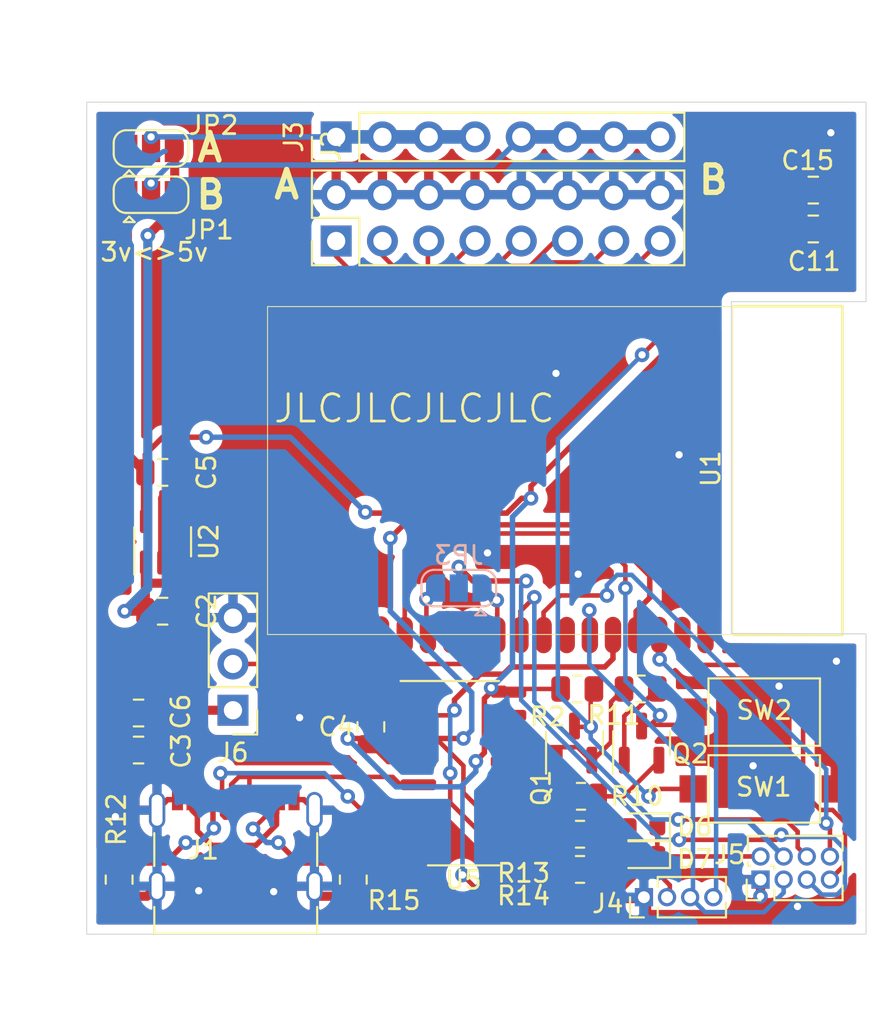
<source format=kicad_pcb>
(kicad_pcb (version 20211014) (generator pcbnew)
  (layers (0 "F.Cu" signal) (31 "B.Cu" signal) (34 "B.Paste" user) (35 "F.Paste" user) (36 "B.SilkS" user "B.Silkscreen") (37 "F.SilkS" user "F.Silkscreen") (38 "B.Mask" user) (39 "F.Mask" user) (44 "Edge.Cuts" user))
  (net 0 "")
  (net 1 "GND")
  (net 2 "Net-(U1-Pad32)")
  (net 3 "Net-(U1-Pad22)")
  (net 4 "Net-(U1-Pad21)")
  (net 5 "Net-(U1-Pad20)")
  (net 6 "Net-(U1-Pad19)")
  (net 7 "Net-(U1-Pad18)")
  (net 8 "Net-(U1-Pad17)")
  (net 9 "Net-(U1-Pad5)")
  (net 10 "Net-(U1-Pad4)")
  (net 11 "+3V3")
  (net 12 "/ESP_EN")
  (net 13 "/BOOT")
  (net 14 "/ESP_TXD")
  (net 15 "/ESP_RXD")
  (net 16 "Net-(U5-Pad12)")
  (net 17 "Net-(U5-Pad11)")
  (net 18 "Net-(U5-Pad10)")
  (net 19 "Net-(U5-Pad9)")
  (net 20 "/FT_RTS")
  (net 21 "/FT_DTR")
  (net 22 "Net-(Q1-Pad1)")
  (net 23 "Net-(Q2-Pad1)")
  (net 24 "Net-(D6-Pad2)")
  (net 25 "Net-(D7-Pad2)")
  (net 26 "Net-(U5-Pad15)")
  (net 27 "VBUS")
  (net 28 "Net-(J1-PadB5)")
  (net 29 "Net-(J1-PadA8)")
  (net 30 "Net-(J1-PadA5)")
  (net 31 "Net-(J1-PadB8)")
  (net 32 "Net-(J1-PadA7)")
  (net 33 "Net-(J1-PadA6)")
  (net 34 "Net-(U2-Pad4)")
  (net 35 "Net-(U5-Pad8)")
  (net 36 "Net-(U5-Pad7)")
  (net 37 "Net-(U1-Pad6)")
  (net 38 "Net-(U1-Pad7)")
  (net 39 "Net-(U1-Pad24)")
  (net 40 "Net-(U1-Pad27)")
  (net 41 "Net-(U1-Pad28)")
  (net 42 "Net-(J3-Pad5)")
  (net 43 "Net-(J3-Pad1)")
  (net 44 "Net-(U1-Pad23)")
  (net 45 "/IO13")
  (net 46 "/IO12")
  (net 47 "/IO14")
  (net 48 "/IO27")
  (net 49 "/IO26")
  (net 50 "/IO25")
  (net 51 "/IO33")
  (net 52 "/IO32")
  (net 53 "/IO23")
  (net 54 "/IO22")
  (net 55 "/IO21")
  (net 56 "/IO19")
  (net 57 "/IO18")
  (net 58 "/IO5")
  (net 59 "/IO4")
  (net 60 "/IO_CS")
  (footprint "Resistor_SMD:R_0805_2012Metric" (layer "F.Cu") (at 46.8884 47.4472 180)
    (fp_text reference "R2")
    (fp_text value "10k")
  )
  (footprint "Capacitor_SMD:C_0805_2012Metric" (layer "F.Cu") (at 59.8424 22.1996 180)
    (fp_text reference "C11")
    (fp_text value "10uF")
  )
  (footprint "LED_SMD:LED_0603_1608Metric" (layer "F.Cu") (at 50.4952 55.0164 180)
    (fp_text reference "D6")
    (fp_text value "LED")
  )
  (footprint "Package_TO_SOT_SMD:SOT-23" (layer "F.Cu") (at 46.736 50.419 90)
    (fp_text reference "Q1")
    (fp_text value "S8050-Transistor_BJT")
  )
  (footprint "Package_TO_SOT_SMD:SOT-23" (layer "F.Cu") (at 50.419 50.419 90)
    (fp_text reference "Q2")
    (fp_text value "S8050-Transistor_BJT")
  )
  (footprint "Resistor_SMD:R_0805_2012Metric" (layer "F.Cu") (at 47.0935 53.34 180)
    (fp_text reference "R10")
    (fp_text value "10k")
  )
  (footprint "Resistor_SMD:R_0805_2012Metric" (layer "F.Cu") (at 50.3682 47.4472)
    (fp_text reference "R11")
    (fp_text value "10k")
  )
  (footprint "Resistor_SMD:R_0805_2012Metric" (layer "F.Cu") (at 47.0408 55.4228)
    (fp_text reference "R13")
    (fp_text value "220r")
  )
  (footprint "Resistor_SMD:R_0805_2012Metric" (layer "F.Cu") (at 47.0408 57.3532)
    (fp_text reference "R14")
    (fp_text value "220r")
  )
  (footprint "Package_SO:SOIC-16_3.9x9.9mm_P1.27mm" (layer "F.Cu") (at 40.64 52.07)
    (fp_text reference "U5")
    (fp_text value "CH340G")
  )
  (footprint "Capacitor_SMD:C_0805_2012Metric" (layer "F.Cu") (at 35.56 49.53 -90)
    (fp_text reference "C4")
    (fp_text value "1uF")
  )
  (footprint "Capacitor_SMD:C_0805_2012Metric" (layer "F.Cu") (at 59.8424 20.066)
    (fp_text reference "C15")
    (fp_text value "1uF")
  )
  (footprint "Button_Switch_SMD:SW_SPST_CK_RS282G05A3" (layer "F.Cu") (at 57.15 52.9336)
    (fp_text reference "SW1")
    (fp_text value "SW_Push")
  )
  (footprint "Button_Switch_SMD:SW_SPST_CK_RS282G05A3" (layer "F.Cu") (at 57.15 48.7172)
    (fp_text reference "SW2")
    (fp_text value "SW_Push")
  )
  (footprint "Capacitor_SMD:C_0805_2012Metric" (layer "F.Cu") (at 22.8092 50.8)
    (fp_text reference "C3")
    (fp_text value "100pf")
  )
  (footprint "Capacitor_SMD:C_0805_2012Metric" (layer "F.Cu") (at 22.8092 48.768)
    (fp_text reference "C6")
    (fp_text value "10uF")
  )
  (footprint "LED_SMD:LED_0603_1608Metric" (layer "F.Cu") (at 50.4952 56.5404 180)
    (fp_text reference "D7")
    (fp_text value "LED")
  )
  (footprint "Connector_USB:USB_C_Receptacle_Palconn_UTC16-G" (layer "F.Cu") (at 28.1432 56.0324)
    (fp_text reference "J1")
    (fp_text value "USB_C_Receptacle")
  )
  (footprint "Capacitor_SMD:C_0805_2012Metric" (layer "F.Cu") (at 24.13 43.18 180)
    (fp_text reference "C2")
    (fp_text value "1uF")
  )
  (footprint "Capacitor_SMD:C_0805_2012Metric" (layer "F.Cu") (at 24.13 35.56 180)
    (fp_text reference "C5")
    (fp_text value "1uF")
  )
  (footprint "Resistor_SMD:R_0805_2012Metric" (layer "F.Cu") (at 21.7424 57.912 -90)
    (fp_text reference "R12")
    (fp_text value "5.1k")
  )
  (footprint "Resistor_SMD:R_0805_2012Metric" (layer "F.Cu") (at 34.5948 57.912 -90)
    (fp_text reference "R15")
    (fp_text value "5.1k")
  )
  (footprint "Package_TO_SOT_SMD:SOT-23-5" (layer "F.Cu") (at 24.13 39.37 90)
    (fp_text reference "U2")
    (fp_text value "AP2112K-3.3")
  )
  (footprint "esp-wrover:ESP32-WROVER-smallfeet" (layer "F.Cu") (at 54.8386 35.4584 -90)
    (fp_text reference "U1")
    (fp_text value "ESP32-WROVER" hide)
  )
  (footprint "Connector_PinHeader_2.54mm:PinHeader_2x08_P2.54mm_Vertical" (layer "F.Cu") (at 33.655 22.86 90)
    (fp_text reference "J2")
    (fp_text value "Conn_02x08_Counter_Clockwise")
  )
  (footprint "Connector_PinHeader_2.54mm:PinHeader_1x08_P2.54mm_Vertical" (layer "F.Cu") (at 33.655 17.145 90)
    (fp_text reference "J3")
    (fp_text value "Conn_01x08_Male")
  )
  (footprint "Jumper:SolderJumper-3_P1.3mm_Open_RoundedPad1.0x1.5mm" (layer "F.Cu") (at 23.495 20.32)
    (fp_text reference "JP1")
    (fp_text value "SolderJumper_3_Open")
  )
  (footprint "Jumper:SolderJumper-3_P1.3mm_Open_RoundedPad1.0x1.5mm" (layer "F.Cu") (at 23.495 17.78)
    (fp_text reference "JP2")
    (fp_text value "SolderJumper_3_Open")
  )
  (footprint "Connector_PinHeader_1.27mm:PinHeader_1x04_P1.27mm_Vertical" (layer "F.Cu") (at 50.546 58.8772 90)
    (fp_text reference "J4")
    (fp_text value "Conn_01x04_Male")
  )
  (footprint "Connector_PinHeader_1.27mm:PinHeader_2x04_P1.27mm_Vertical" (layer "F.Cu") (at 56.9468 57.912 90)
    (fp_text reference "J5")
    (fp_text value "Conn_02x04_Odd_Even")
  )
  (footprint "Connector_PinHeader_2.54mm:PinHeader_1x03_P2.54mm_Vertical" (layer "F.Cu") (at 27.9908 48.6156 180)
    (fp_text reference "J6")
    (fp_text value "Conn_01x03_Male")
  )
  (footprint "Jumper:SolderJumper-3_P1.3mm_Open_RoundedPad1.0x1.5mm" (layer "B.Cu") (at 40.386 41.91 180)
    (fp_text reference "JP3")
    (fp_text value "SolderJumper_3_Open")
  )
  (gr_line (start 62.738 44.4246) (end 62.738 60.9092) (layer "Edge.Cuts") (width 0.05))
  (gr_line (start 19.9644 15.24) (end 62.738 15.24) (layer "Edge.Cuts") (width 0.05))
  (gr_line (start 55.3466 26.1874) (end 55.3466 44.3992) (layer "Edge.Cuts") (width 0.05))
  (gr_line (start 55.3466 44.3992) (end 62.1284 44.4246) (layer "Edge.Cuts") (width 0.05))
  (gr_line (start 19.9644 60.9092) (end 19.9644 15.24) (layer "Edge.Cuts") (width 0.05))
  (gr_line (start 62.738 15.24) (end 62.738 26.1874) (layer "Edge.Cuts") (width 0.05))
  (gr_line (start 62.1284 44.4246) (end 62.738 44.4246) (layer "Edge.Cuts") (width 0.05))
  (gr_line (start 62.738 26.1874) (end 55.3466 26.1874) (layer "Edge.Cuts") (width 0.05))
  (gr_line (start 62.738 60.9092) (end 19.9644 60.9092) (layer "Edge.Cuts") (width 0.05))
  (gr_text "A" (at 30.9372 19.7612) (layer "F.SilkS") (effects (font (size 1.5 1.5) (thickness 0.3))))
  (gr_text "B" (at 54.356 19.5072) (layer "F.SilkS") (effects (font (size 1.5 1.5) (thickness 0.3))))
  (gr_text "B" (at 26.7716 20.32) (layer "F.SilkS") (effects (font (size 1.5 1.5) (thickness 0.3))))
  (gr_text "JLCJLCJLCJLC" (at 37.9476 32.0548) (layer "F.SilkS") (effects (font (size 1.5 1.5))))
  (gr_text "A" (at 26.7208 17.7292) (layer "F.SilkS") (effects (font (size 1.5 1.5) (thickness 0.3))))
  (gr_text "3v<>5v" (at 23.6728 23.4696) (layer "F.SilkS") (effects (font (size 1 1))))
  (segment (start 32.6625 58.8245) (end 34.5948 58.8245) (width 0.5) (layer "F.Cu") (net 1))
  (segment (start 50.734001 59.827201) (end 55.945999 59.827201) (width 0.5) (layer "F.Cu") (net 1))
  (segment (start 50.62238 58.95322) (end 34.72352 58.95322) (width 0.5) (layer "F.Cu") (net 1))
  (segment (start 31.8832 53.5224) (end 32.4632 54.1024) (width 0.3) (layer "F.Cu") (net 1))
  (segment (start 31.3432 53.5224) (end 31.8832 53.5224) (width 0.3) (layer "F.Cu") (net 1))
  (segment (start 32.4632 58.6252) (end 32.6625 58.8245) (width 0.5) (layer "F.Cu") (net 1))
  (segment (start 25.08 36.0324) (end 25.08 35.56) (width 0.5) (layer "F.Cu") (net 1))
  (segment (start 56.9468 57.912) (end 56.9468 58.8264) (width 0.5) (layer "F.Cu") (net 1))
  (segment (start 38.165 47.625) (end 36.515 47.625) (width 0.5) (layer "F.Cu") (net 1))
  (segment (start 34.72352 58.95322) (end 34.5948 58.8245) (width 0.5) (layer "F.Cu") (net 1))
  (segment (start 50.6984 58.8772) (end 50.6984 59.7916) (width 0.5) (layer "F.Cu") (net 1))
  (segment (start 23.2711 58.8245) (end 23.8232 58.2724) (width 0.5) (layer "F.Cu") (net 1))
  (segment (start 50.6984 58.8772) (end 50.62238 58.95322) (width 0.5) (layer "F.Cu") (net 1))
  (segment (start 24.13 36.9824) (end 25.08 36.0324) (width 0.5) (layer "F.Cu") (net 1))
  (segment (start 32.4632 58.2724) (end 32.4632 58.6252) (width 0.5) (layer "F.Cu") (net 1))
  (segment (start 24.13 40.47) (end 24.13 36.9824) (width 0.5) (layer "F.Cu") (net 1))
  (segment (start 36.515 47.625) (end 35.56 48.58) (width 0.5) (layer "F.Cu") (net 1))
  (segment (start 21.7424 58.8245) (end 23.2711 58.8245) (width 0.5) (layer "F.Cu") (net 1))
  (segment (start 55.945999 59.827201) (end 56.9468 58.8264) (width 0.5) (layer "F.Cu") (net 1))
  (segment (start 50.6984 59.7916) (end 50.734001 59.827201) (width 0.5) (layer "F.Cu") (net 1))
  (segment (start 24.9432 53.5224) (end 24.4032 53.5224) (width 0.3) (layer "F.Cu") (net 1))
  (segment (start 24.4032 53.5224) (end 23.8232 54.1024) (width 0.3) (layer "F.Cu") (net 1))
  (via (at 57.9628 47.2948) (size 0.8) (drill 0.4) (layers "F.Cu" "B.Cu") (net 1))
  (via (at 31.6484 49.022) (size 0.8) (drill 0.4) (layers "F.Cu" "B.Cu") (net 1))
  (via (at 26.1112 58.5216) (size 0.8) (drill 0.4) (layers "F.Cu" "B.Cu") (net 1))
  (via (at 56.9468 58.8264) (size 0.8) (drill 0.4) (layers "F.Cu" "B.Cu") (net 1))
  (via (at 30.226 58.5724) (size 0.8) (drill 0.4) (layers "F.Cu" "B.Cu") (net 1))
  (via (at 46.9392 41.148) (size 0.8) (drill 0.4) (layers "F.Cu" "B.Cu") (net 1))
  (via (at 45.72 30.1244) (size 0.8) (drill 0.4) (layers "F.Cu" "B.Cu") (net 1))
  (via (at 41.9608 39.9796) (size 0.8) (drill 0.4) (layers "F.Cu" "B.Cu") (net 1))
  (via (at 58.9788 59.3852) (size 0.8) (drill 0.4) (layers "F.Cu" "B.Cu") (net 1))
  (via (at 52.4764 34.5948) (size 0.8) (drill 0.4) (layers "F.Cu" "B.Cu") (net 1))
  (via (at 21.5392 54.4576) (size 0.8) (drill 0.4) (layers "F.Cu" "B.Cu") (net 1))
  (via (at 60.8076 16.9164) (size 0.8) (drill 0.4) (layers "F.Cu" "B.Cu") (net 1))
  (via (at 56.5404 51.6636) (size 0.8) (drill 0.4) (layers "F.Cu" "B.Cu") (net 1))
  (via (at 61.1124 45.9232) (size 0.8) (drill 0.4) (layers "F.Cu" "B.Cu") (net 1))
  (segment (start 45.9759 47.4472) (end 42.22679 47.4472) (width 0.25) (layer "F.Cu") (net 11))
  (segment (start 44.3484 36.9824) (end 43.8404 36.9824) (width 0.3) (layer "F.Cu") (net 11))
  (segment (start 49.44489 58.37821) (end 41.30941 58.37821) (width 0.25) (layer "F.Cu") (net 11))
  (segment (start 43.0276 37.7952) (end 35.306 37.7952) (width 0.3) (layer "F.Cu") (net 11))
  (segment (start 51.2827 55.88) (end 51.2827 55.0164) (width 0.25) (layer "F.Cu") (net 11))
  (segment (start 43.115 47.625) (end 42.14 47.625) (width 0.3) (layer "F.Cu") (net 11))
  (segment (start 56.9468 56.642) (end 51.3843 56.642) (width 0.25) (layer "F.Cu") (net 11))
  (segment (start 58.8924 20.066) (end 58.8924 22.1996) (width 0.3) (layer "F.Cu") (net 11))
  (segment (start 41.78999 50.949772) (end 41.321664 51.418098) (width 0.3) (layer "F.Cu") (net 11))
  (segment (start 43.115 47.625) (end 42.87441 47.38441) (width 0.25) (layer "F.Cu") (net 11))
  (segment (start 22.195 17.78) (end 22.195 20.32) (width 0.5) (layer "F.Cu") (net 11))
  (segment (start 41.78999 47.97501) (end 41.78999 50.949772) (width 0.3) (layer "F.Cu") (net 11))
  (segment (start 26.5176 33.6296) (end 24.13 33.6296) (width 0.3) (layer "F.Cu") (net 11))
  (segment (start 42.87441 47.38441) (end 42.164 47.38441) (width 0.25) (layer "F.Cu") (net 11))
  (segment (start 22.195 20.32) (end 22.195 34.575) (width 0.5) (layer "F.Cu") (net 11))
  (segment (start 38.165 51.435) (end 36.515 51.435) (width 0.3) (layer "F.Cu") (net 11))
  (segment (start 36.515 51.435) (end 35.56 50.48) (width 0.3) (layer "F.Cu") (net 11))
  (segment (start 24.13 33.6296) (end 23.18 34.5796) (width 0.3) (layer "F.Cu") (net 11))
  (segment (start 52.6586 28.004202) (end 44.3484 36.314402) (width 0.3) (layer "F.Cu") (net 11))
  (segment (start 42.22679 47.4472) (end 42.164 47.38441) (width 0.25) (layer "F.Cu") (net 11))
  (segment (start 51.9684 58.8772) (end 51.9684 58.2167) (width 0.25) (layer "F.Cu") (net 11))
  (segment (start 56.8096 24.2824) (end 58.8924 22.1996) (width 0.3) (layer "F.Cu") (net 11))
  (segment (start 51.2827 57.531) (end 51.2827 55.88) (width 0.25) (layer "F.Cu") (net 11))
  (segment (start 34.29 50.165) (end 35.245 50.165) (width 0.3) (layer "F.Cu") (net 11))
  (segment (start 51.2827 56.5404) (end 49.44489 58.37821) (width 0.25) (layer "F.Cu") (net 11))
  (segment (start 23.18 35.56) (end 23.18 38.27) (width 0.5) (layer "F.Cu") (net 11))
  (segment (start 52.6586 26.4584) (end 52.6586 28.004202) (width 0.3) (layer "F.Cu") (net 11))
  (segment (start 44.3484 36.314402) (end 44.3484 36.9824) (width 0.3) (layer "F.Cu") (net 11))
  (segment (start 53.5346 24.2824) (end 52.6586 25.1584) (width 0.3) (layer "F.Cu") (net 11))
  (segment (start 35.306 37.7952) (end 35.2552 37.7444) (width 0.3) (layer "F.Cu") (net 11))
  (segment (start 43.8404 36.9824) (end 43.0276 37.7952) (width 0.3) (layer "F.Cu") (net 11))
  (segment (start 51.9684 58.2167) (end 51.2827 57.531) (width 0.25) (layer "F.Cu") (net 11))
  (segment (start 35.245 50.165) (end 35.56 50.48) (width 0.3) (layer "F.Cu") (net 11))
  (segment (start 23.18 34.5796) (end 23.18 35.56) (width 0.3) (layer "F.Cu") (net 11))
  (segment (start 53.5346 24.2824) (end 56.8096 24.2824) (width 0.3) (layer "F.Cu") (net 11))
  (segment (start 42.14 47.625) (end 41.78999 47.97501) (width 0.3) (layer "F.Cu") (net 11))
  (segment (start 41.30941 58.37821) (end 40.5892 57.658) (width 0.25) (layer "F.Cu") (net 11))
  (segment (start 22.195 34.575) (end 23.18 35.56) (width 0.5) (layer "F.Cu") (net 11))
  (segment (start 51.3843 56.642) (end 51.2827 56.5404) (width 0.25) (layer "F.Cu") (net 11))
  (segment (start 52.6586 25.1584) (end 52.6586 26.4584) (width 0.3) (layer "F.Cu") (net 11))
  (via (at 34.29 50.165) (size 0.8) (drill 0.4) (layers "F.Cu" "B.Cu") (net 11))
  (via (at 41.321664 51.418098) (size 0.8) (drill 0.4) (layers "F.Cu" "B.Cu") (net 11))
  (via (at 35.2552 37.7444) (size 0.8) (drill 0.4) (layers "F.Cu" "B.Cu") (net 11))
  (via (at 40.5892 57.658) (size 0.8) (drill 0.4) (layers "F.Cu" "B.Cu") (net 11))
  (via (at 26.5176 33.6296) (size 0.8) (drill 0.4) (layers "F.Cu" "B.Cu") (net 11))
  (via (at 42.164 47.38441) (size 0.8) (drill 0.4) (layers "F.Cu" "B.Cu") (net 11))
  (via (at 44.3484 36.9824) (size 0.8) (drill 0.4) (layers "F.Cu" "B.Cu") (net 11))
  (segment (start 36.945001 52.820001) (end 34.29 50.165) (width 0.3) (layer "B.Cu") (net 11))
  (segment (start 41.321664 51.418098) (end 41.321664 51.983783) (width 0.3) (layer "B.Cu") (net 11))
  (segment (start 41.321664 51.983783) (end 40.485446 52.820001) (width 0.3) (layer "B.Cu") (net 11))
  (segment (start 43.3324 46.21601) (end 42.164 47.38441) (width 0.3) (layer "B.Cu") (net 11))
  (segment (start 40.5892 52.923755) (end 40.485446 52.820001) (width 0.25) (layer "B.Cu") (net 11))
  (segment (start 40.485446 52.820001) (end 36.945001 52.820001) (width 0.3) (layer "B.Cu") (net 11))
  (segment (start 40.5892 57.658) (end 40.5892 52.923755) (width 0.25) (layer "B.Cu") (net 11))
  (segment (start 26.5176 33.6296) (end 31.1404 33.6296) (width 0.3) (layer "B.Cu") (net 11))
  (segment (start 44.3484 36.9824) (end 43.3324 37.9984) (width 0.3) (layer "B.Cu") (net 11))
  (segment (start 31.1404 33.6296) (end 35.2552 37.7444) (width 0.3) (layer "B.Cu") (net 11))
  (segment (start 43.3324 37.9984) (end 43.3324 46.21601) (width 0.3) (layer "B.Cu") (net 11))
  (segment (start 47.625 49.53) (end 46.847 49.53) (width 0.25) (layer "F.Cu") (net 12))
  (segment (start 51.3886 28.1642) (end 50.4444 29.1084) (width 0.25) (layer "F.Cu") (net 12))
  (segment (start 47.625 47.6231) (end 47.8009 47.4472) (width 0.25) (layer "F.Cu") (net 12))
  (segment (start 51.3886 26.4584) (end 51.3886 28.1642) (width 0.25) (layer "F.Cu") (net 12))
  (segment (start 47.625 49.53) (end 47.625 47.6231) (width 0.25) (layer "F.Cu") (net 12))
  (segment (start 53.25 52.9336) (end 51.2064 52.9336) (width 0.25) (layer "F.Cu") (net 12))
  (segment (start 51.2064 52.9336) (end 50.8 53.34) (width 0.25) (layer "F.Cu") (net 12))
  (segment (start 46.847 49.53) (end 46.736 49.419) (width 0.25) (layer "F.Cu") (net 12))
  (via (at 47.625 49.53) (size 0.8) (drill 0.4) (layers "F.Cu" "B.Cu") (net 12))
  (via (at 50.8 53.34) (size 0.8) (drill 0.4) (layers "F.Cu" "B.Cu") (net 12))
  (via (at 50.4444 29.1084) (size 0.8) (drill 0.4) (layers "F.Cu" "B.Cu") (net 12))
  (segment (start 50.8 53.34) (end 47.625 50.165) (width 0.25) (layer "B.Cu") (net 12))
  (segment (start 45.8216 47.7266) (end 45.8216 33.7312) (width 0.25) (layer "B.Cu") (net 12))
  (segment (start 47.625 49.53) (end 45.8216 47.7266) (width 0.25) (layer "B.Cu") (net 12))
  (segment (start 47.625 50.165) (end 47.625 49.53) (width 0.25) (layer "B.Cu") (net 12))
  (segment (start 45.8216 33.7312) (end 50.4444 29.1084) (width 0.25) (layer "B.Cu") (net 12))
  (segment (start 50.911 49.419) (end 51.435 48.895) (width 0.25) (layer "F.Cu") (net 13))
  (segment (start 50.419 49.419) (end 50.911 49.419) (width 0.25) (layer "F.Cu") (net 13))
  (segment (start 47.752 38.9128) (end 49.53 40.6908) (width 0.25) (layer "F.Cu") (net 13))
  (segment (start 49.53 40.6908) (end 49.53 41.910048) (width 0.25) (layer "F.Cu") (net 13))
  (segment (start 50.419 49.419) (end 52.5482 49.419) (width 0.25) (layer "F.Cu") (net 13))
  (segment (start 52.5482 49.419) (end 53.25 48.7172) (width 0.25) (layer "F.Cu") (net 13))
  (segment (start 39.0652 38.9128) (end 47.752 38.9128) (width 0.25) (layer "F.Cu") (net 13))
  (segment (start 37.4186 40.5594) (end 39.0652 38.9128) (width 0.25) (layer "F.Cu") (net 13))
  (segment (start 37.4186 44.4884) (end 37.4186 40.5594) (width 0.25) (layer "F.Cu") (net 13))
  (via (at 49.53 41.910048) (size 0.8) (drill 0.4) (layers "F.Cu" "B.Cu") (net 13))
  (via (at 51.435 48.895) (size 0.8) (drill 0.4) (layers "F.Cu" "B.Cu") (net 13))
  (segment (start 51.435 48.895) (end 49.53 46.99) (width 0.25) (layer "B.Cu") (net 13))
  (segment (start 49.53 46.99) (end 49.53 41.910048) (width 0.25) (layer "B.Cu") (net 13))
  (segment (start 39.14 50.165) (end 38.165 50.165) (width 0.25) (layer "F.Cu") (net 14))
  (segment (start 44.43741 54.60001) (end 42.093242 54.60001) (width 0.25) (layer "F.Cu") (net 14))
  (segment (start 40.64 51.665) (end 39.14 50.165) (width 0.25) (layer "F.Cu") (net 14))
  (segment (start 40.64 53.146768) (end 40.64 51.665) (width 0.25) (layer "F.Cu") (net 14))
  (segment (start 42.093242 54.60001) (end 40.64 53.146768) (width 0.25) (layer "F.Cu") (net 14))
  (segment (start 50.1186 43.1884) (end 50.8686 42.4384) (width 0.3) (layer "F.Cu") (net 14))
  (segment (start 48.07779 38.437789) (end 37.355811 38.437789) (width 0.3) (layer "F.Cu") (net 14))
  (segment (start 50.8686 41.228599) (end 48.07779 38.437789) (width 0.3) (layer "F.Cu") (net 14))
  (segment (start 50.8686 42.4384) (end 50.8686 41.228599) (width 0.3) (layer "F.Cu") (net 14))
  (segment (start 38.165 50.165) (end 40.64 50.165) (width 0.3) (layer "F.Cu") (net 14))
  (segment (start 45.2602 55.4228) (end 46.1283 55.4228) (width 0.25) (layer "F.Cu") (net 14))
  (segment (start 50.1186 44.4884) (end 50.1186 43.1884) (width 0.3) (layer "F.Cu") (net 14))
  (segment (start 37.355811 38.437789) (end 36.6268 39.1668) (width 0.3) (layer "F.Cu") (net 14))
  (segment (start 44.43741 54.60001) (end 45.2602 55.4228) (width 0.25) (layer "F.Cu") (net 14))
  (via (at 36.6268 39.1668) (size 0.8) (drill 0.4) (layers "F.Cu" "B.Cu") (net 14))
  (via (at 40.64 50.165) (size 0.8) (drill 0.4) (layers "F.Cu" "B.Cu") (net 14))
  (segment (start 36.6268 43.18) (end 36.6268 39.1668) (width 0.3) (layer "B.Cu") (net 14))
  (segment (start 41.0972 49.7078) (end 41.0972 47.6504) (width 0.3) (layer "B.Cu") (net 14))
  (segment (start 41.0972 47.6504) (end 36.6268 43.18) (width 0.3) (layer "B.Cu") (net 14))
  (segment (start 40.64 50.165) (end 41.0972 49.7078) (width 0.3) (layer "B.Cu") (net 14))
  (segment (start 38.165 48.895) (end 39.86306 48.895) (width 0.25) (layer "F.Cu") (net 15))
  (segment (start 43.231563 46.239999) (end 42.837162 46.6344) (width 0.3) (layer "F.Cu") (net 15))
  (segment (start 48.8486 45.7884) (end 48.397001 46.239999) (width 0.3) (layer "F.Cu") (net 15))
  (segment (start 40.146868 48.045507) (end 40.146868 48.611192) (width 0.3) (layer "F.Cu") (net 15))
  (segment (start 41.557975 46.6344) (end 40.146868 48.045507) (width 0.3) (layer "F.Cu") (net 15))
  (segment (start 44.64511 55.87001) (end 46.1283 57.3532) (width 0.25) (layer "F.Cu") (net 15))
  (segment (start 48.397001 46.239999) (end 43.231563 46.239999) (width 0.3) (layer "F.Cu") (net 15))
  (segment (start 42.093242 55.87001) (end 44.64511 55.87001) (width 0.25) (layer "F.Cu") (net 15))
  (segment (start 42.837162 46.6344) (end 41.557975 46.6344) (width 0.3) (layer "F.Cu") (net 15))
  (segment (start 39.86306 48.895) (end 40.146868 48.611192) (width 0.25) (layer "F.Cu") (net 15))
  (segment (start 48.8486 44.4884) (end 48.8486 45.7884) (width 0.3) (layer "F.Cu") (net 15))
  (segment (start 39.915 53.691768) (end 42.093242 55.87001) (width 0.25) (layer "F.Cu") (net 15))
  (segment (start 39.915 52.07) (end 39.915 53.691768) (width 0.25) (layer "F.Cu") (net 15))
  (via (at 40.146868 48.611192) (size 0.8) (drill 0.4) (layers "F.Cu" "B.Cu") (net 15))
  (via (at 39.915 52.07) (size 0.8) (drill 0.4) (layers "F.Cu" "B.Cu") (net 15))
  (segment (start 39.915 52.07) (end 39.915 48.84306) (width 0.25) (layer "B.Cu") (net 15))
  (segment (start 39.915 48.84306) (end 40.146868 48.611192) (width 0.25) (layer "B.Cu") (net 15))
  (segment (start 48.743999 50.361001) (end 47.686 51.419) (width 0.25) (layer "F.Cu") (net 20))
  (segment (start 49.4557 47.4472) (end 48.743999 48.158901) (width 0.25) (layer "F.Cu") (net 20))
  (segment (start 44.928999 50.643999) (end 44.45 50.165) (width 0.25) (layer "F.Cu") (net 20))
  (segment (start 47.686 51.419) (end 46.910999 50.643999) (width 0.25) (layer "F.Cu") (net 20))
  (segment (start 48.743999 48.158901) (end 48.743999 50.361001) (width 0.25) (layer "F.Cu") (net 20))
  (segment (start 46.910999 50.643999) (end 44.928999 50.643999) (width 0.25) (layer "F.Cu") (net 20))
  (segment (start 44.45 50.165) (end 43.115 50.165) (width 0.25) (layer "F.Cu") (net 20))
  (segment (start 48.006 53.34) (end 49.448 53.34) (width 0.25) (layer "F.Cu") (net 21))
  (segment (start 46.98099 54.36501) (end 45.68032 54.36501) (width 0.25) (layer "F.Cu") (net 21))
  (segment (start 44.09 51.435) (end 43.115 51.435) (width 0.25) (layer "F.Cu") (net 21))
  (segment (start 44.41501 51.76001) (end 44.09 51.435) (width 0.25) (layer "F.Cu") (net 21))
  (segment (start 45.68032 54.36501) (end 44.41501 53.0997) (width 0.25) (layer "F.Cu") (net 21))
  (segment (start 49.448 53.34) (end 51.369 51.419) (width 0.25) (layer "F.Cu") (net 21))
  (segment (start 44.41501 53.0997) (end 44.41501 51.76001) (width 0.25) (layer "F.Cu") (net 21))
  (segment (start 48.006 53.34) (end 46.98099 54.36501) (width 0.25) (layer "F.Cu") (net 21))
  (segment (start 46.181 51.814) (end 45.786 51.419) (width 0.25) (layer "F.Cu") (net 22))
  (segment (start 46.181 53.34) (end 46.181 51.814) (width 0.25) (layer "F.Cu") (net 22))
  (segment (start 49.469 48.933998) (end 49.758999 48.643999) (width 0.25) (layer "F.Cu") (net 23))
  (segment (start 49.469 51.419) (end 49.469 48.933998) (width 0.25) (layer "F.Cu") (net 23))
  (segment (start 49.758999 48.643999) (end 50.083901 48.643999) (width 0.25) (layer "F.Cu") (net 23))
  (segment (start 50.083901 48.643999) (end 51.2807 47.4472) (width 0.25) (layer "F.Cu") (net 23))
  (segment (start 49.7077 55.0164) (end 48.3597 55.0164) (width 0.25) (layer "F.Cu") (net 24))
  (segment (start 48.3597 55.0164) (end 47.9533 55.4228) (width 0.25) (layer "F.Cu") (net 24))
  (segment (start 47.9533 57.3532) (end 48.8949 57.3532) (width 0.25) (layer "F.Cu") (net 25))
  (segment (start 48.8949 57.3532) (end 49.7077 56.5404) (width 0.25) (layer "F.Cu") (net 25))
  (segment (start 24.624202 41.6408) (end 23.18 41.6408) (width 0.5) (layer "F.Cu") (net 27))
  (segment (start 26.035 54.402198) (end 25.7432 54.110398) (width 0.3) (layer "F.Cu") (net 27))
  (segment (start 24.795 17.78) (end 24.795 20.32) (width 0.5) (layer "F.Cu") (net 27))
  (segment (start 30.393201 53.672399) (end 30.393201 54.260397) (width 0.3) (layer "F.Cu") (net 27))
  (segment (start 23.876 21.9964) (end 23.3172 22.5552) (width 0.5) (layer "F.Cu") (net 27))
  (segment (start 27.9908 48.6156) (end 23.9116 48.6156) (width 0.5) (layer "F.Cu") (net 27))
  (segment (start 26.8224 56.0324) (end 26.035 55.245) (width 0.3) (layer "F.Cu") (net 27))
  (segment (start 24.4856 50.8) (end 23.7592 50.8) (width 0.5) (layer "F.Cu") (net 27))
  (segment (start 25.08 41.185002) (end 24.624202 41.6408) (width 0.5) (layer "F.Cu") (net 27))
  (segment (start 23.18 41.6408) (end 23.18 40.47) (width 0.5) (layer "F.Cu") (net 27))
  (segment (start 26.035 55.245) (end 26.035 54.402198) (width 0.3) (layer "F.Cu") (net 27))
  (segment (start 30.5432 53.5224) (end 30.393201 53.672399) (width 0.3) (layer "F.Cu") (net 27))
  (segment (start 30.383199 54.894401) (end 29.2452 56.0324) (width 0.3) (layer "F.Cu") (net 27))
  (segment (start 23.9116 48.6156) (end 23.7592 48.768) (width 0.5) (layer "F.Cu") (net 27))
  (segment (start 30.393201 54.260397) (end 30.383199 54.270399) (width 0.3) (layer "F.Cu") (net 27))
  (segment (start 30.383199 54.270399) (end 30.383199 54.894401) (width 0.3) (layer "F.Cu") (net 27))
  (segment (start 24.795 21.7886) (end 24.5872 21.9964) (width 0.5) (layer "F.Cu") (net 27))
  (segment (start 25.7432 52.0576) (end 24.4856 50.8) (width 0.5) (layer "F.Cu") (net 27))
  (segment (start 25.08 40.47) (end 25.08 41.185002) (width 0.5) (layer "F.Cu") (net 27))
  (segment (start 23.18 44.7192) (end 23.18 43.18) (width 0.5) (layer "F.Cu") (net 27))
  (segment (start 23.7592 48.768) (end 23.7592 45.2984) (width 0.5) (layer "F.Cu") (net 27))
  (segment (start 23.7592 48.768) (end 23.7592 50.8) (width 0.5) (layer "F.Cu") (net 27))
  (segment (start 24.795 20.32) (end 24.795 21.7886) (width 0.5) (layer "F.Cu") (net 27))
  (segment (start 25.7432 53.5224) (end 25.7432 52.0576) (width 0.5) (layer "F.Cu") (net 27))
  (segment (start 25.7432 54.110398) (end 25.7432 53.5224) (width 0.3) (layer "F.Cu") (net 27))
  (segment (start 23.7592 45.2984) (end 23.18 44.7192) (width 0.5) (layer "F.Cu") (net 27))
  (segment (start 29.2452 56.0324) (end 26.8224 56.0324) (width 0.3) (layer "F.Cu") (net 27))
  (segment (start 24.5872 21.9964) (end 23.876 21.9964) (width 0.5) (layer "F.Cu") (net 27))
  (segment (start 23.18 43.18) (end 22.047196 43.18) (width 0.5) (layer "F.Cu") (net 27))
  (segment (start 23.18 43.18) (end 23.18 41.6408) (width 0.5) (layer "F.Cu") (net 27))
  (via (at 23.3172 22.5552) (size 0.8) (drill 0.4) (layers "F.Cu" "B.Cu") (net 27))
  (via (at 22.047196 43.18) (size 0.8) (drill 0.4) (layers "F.Cu" "B.Cu") (net 27))
  (segment (start 23.3172 22.5552) (end 23.3172 41.909996) (width 0.5) (layer "B.Cu") (net 27))
  (segment (start 23.3172 41.909996) (end 22.047196 43.18) (width 0.5) (layer "B.Cu") (net 27))
  (segment (start 31.5995 56.9995) (end 30.48 55.88) (width 0.3) (layer "F.Cu") (net 28))
  (segment (start 34.5948 56.9995) (end 31.5995 56.9995) (width 0.3) (layer "F.Cu") (net 28))
  (segment (start 29.090969 55.125969) (end 29.8932 54.323738) (width 0.25) (layer "F.Cu") (net 28))
  (segment (start 29.8932 54.323738) (end 29.8932 53.5224) (width 0.25) (layer "F.Cu") (net 28))
  (via (at 30.48 55.88) (size 0.8) (drill 0.4) (layers "F.Cu" "B.Cu") (net 28))
  (via (at 29.090969 55.125969) (size 0.8) (drill 0.4) (layers "F.Cu" "B.Cu") (net 28))
  (segment (start 29.845 55.88) (end 29.090969 55.125969) (width 0.3) (layer "B.Cu") (net 28))
  (segment (start 30.48 55.88) (end 29.845 55.88) (width 0.3) (layer "B.Cu") (net 28))
  (segment (start 26.8932 55.042538) (end 26.8932 53.5224) (width 0.3) (layer "F.Cu") (net 30))
  (segment (start 21.7424 56.9995) (end 24.2805 56.9995) (width 0.3) (layer "F.Cu") (net 30))
  (segment (start 24.2805 56.9995) (end 25.4 55.88) (width 0.3) (layer "F.Cu") (net 30))
  (segment (start 26.940331 55.089669) (end 26.8932 55.042538) (width 0.3) (layer "F.Cu") (net 30))
  (via (at 26.940331 55.089669) (size 0.8) (drill 0.4) (layers "F.Cu" "B.Cu") (net 30))
  (via (at 25.4 55.88) (size 0.8) (drill 0.4) (layers "F.Cu" "B.Cu") (net 30))
  (segment (start 25.4 55.88) (end 26.15 55.88) (width 0.3) (layer "B.Cu") (net 30))
  (segment (start 26.15 55.88) (end 26.940331 55.089669) (width 0.3) (layer "B.Cu") (net 30))
  (segment (start 27.5492 54.5084) (end 28.222202 54.5084) (width 0.25) (layer "F.Cu") (net 32))
  (segment (start 27.3932 53.5224) (end 27.3932 54.3524) (width 0.25) (layer "F.Cu") (net 32))
  (segment (start 28.368201 53.547399) (end 28.3932 53.5224) (width 0.25) (layer "F.Cu") (net 32))
  (segment (start 34.922601 53.975) (end 34.29 53.342399) (width 0.25) (layer "F.Cu") (net 32))
  (segment (start 27.3932 52.1582) (end 27.3932 53.5224) (width 0.25) (layer "F.Cu") (net 32))
  (segment (start 27.305 52.07) (end 27.3932 52.1582) (width 0.25) (layer "F.Cu") (net 32))
  (segment (start 38.165 53.975) (end 34.922601 53.975) (width 0.25) (layer "F.Cu") (net 32))
  (segment (start 28.368201 54.362401) (end 28.368201 53.547399) (width 0.25) (layer "F.Cu") (net 32))
  (segment (start 27.3932 54.3524) (end 27.5492 54.5084) (width 0.25) (layer "F.Cu") (net 32))
  (segment (start 28.222202 54.5084) (end 28.368201 54.362401) (width 0.25) (layer "F.Cu") (net 32))
  (via (at 27.305 52.07) (size 0.8) (drill 0.4) (layers "F.Cu" "B.Cu") (net 32))
  (via (at 34.29 53.342399) (size 0.8) (drill 0.4) (layers "F.Cu" "B.Cu") (net 32))
  (segment (start 33.017601 52.07) (end 27.305 52.07) (width 0.25) (layer "B.Cu") (net 32))
  (segment (start 34.29 53.342399) (end 33.017601 52.07) (width 0.25) (layer "B.Cu") (net 32))
  (segment (start 28.8932 52.2852) (end 28.9052 52.2732) (width 0.25) (layer "F.Cu") (net 33))
  (segment (start 28.3124 52.2732) (end 27.968201 52.617399) (width 0.25) (layer "F.Cu") (net 33))
  (segment (start 28.9052 52.2732) (end 28.3124 52.2732) (width 0.25) (layer "F.Cu") (net 33))
  (segment (start 37.19 52.705) (end 36.7582 52.2732) (width 0.25) (layer "F.Cu") (net 33))
  (segment (start 38.165 52.705) (end 37.19 52.705) (width 0.25) (layer "F.Cu") (net 33))
  (segment (start 27.8932 52.6924) (end 27.8932 53.5224) (width 0.25) (layer "F.Cu") (net 33))
  (segment (start 27.968201 52.617399) (end 27.8932 52.6924) (width 0.25) (layer "F.Cu") (net 33))
  (segment (start 28.8932 53.5224) (end 28.8932 52.2852) (width 0.25) (layer "F.Cu") (net 33))
  (segment (start 36.7582 52.2732) (end 28.3124 52.2732) (width 0.25) (layer "F.Cu") (net 33))
  (segment (start 23.495 20.32) (end 23.495 19.685) (width 0.3) (layer "F.Cu") (net 42))
  (via (at 23.495 19.685) (size 0.8) (drill 0.4) (layers "F.Cu" "B.Cu") (net 42))
  (segment (start 42.2656 18.6944) (end 43.815 17.145) (width 0.3) (layer "B.Cu") (net 42))
  (segment (start 46.355 17.145) (end 48.895 17.145) (width 0.75) (layer "B.Cu") (net 42))
  (segment (start 24.4856 18.6944) (end 42.2656 18.6944) (width 0.3) (layer "B.Cu") (net 42))
  (segment (start 43.815 17.145) (end 46.355 17.145) (width 0.75) (layer "B.Cu") (net 42))
  (segment (start 23.495 19.685) (end 24.4856 18.6944) (width 0.3) (layer "B.Cu") (net 42))
  (segment (start 48.895 17.145) (end 51.435 17.145) (width 0.75) (layer "B.Cu") (net 42))
  (segment (start 23.495 17.78) (end 23.495 17.145) (width 0.3) (layer "F.Cu") (net 43))
  (via (at 23.495 17.145) (size 0.8) (drill 0.4) (layers "F.Cu" "B.Cu") (net 43))
  (segment (start 23.495 17.145) (end 33.655 17.145) (width 0.3) (layer "B.Cu") (net 43))
  (segment (start 36.195 17.145) (end 33.655 17.145) (width 0.75) (layer "B.Cu") (net 43))
  (segment (start 38.735 17.145) (end 36.195 17.145) (width 0.75) (layer "B.Cu") (net 43))
  (segment (start 41.275 17.145) (end 38.735 17.145) (width 0.75) (layer "B.Cu") (net 43))
  (segment (start 34.8486 24.8918) (end 33.655 23.6982) (width 0.25) (layer "F.Cu") (net 45))
  (segment (start 33.655 23.6982) (end 33.655 22.86) (width 0.25) (layer "F.Cu") (net 45))
  (segment (start 34.8486 26.4584) (end 34.8486 24.8918) (width 0.25) (layer "F.Cu") (net 45))
  (segment (start 37.4186 26.4584) (end 37.4186 24.871) (width 0.25) (layer "F.Cu") (net 46))
  (segment (start 36.195 23.6474) (end 36.195 22.86) (width 0.25) (layer "F.Cu") (net 46))
  (segment (start 37.4186 24.871) (end 36.195 23.6474) (width 0.25) (layer "F.Cu") (net 46))
  (segment (start 38.6886 26.4584) (end 38.6886 22.9064) (width 0.25) (layer "F.Cu") (net 47))
  (segment (start 38.6886 22.9064) (end 38.735 22.86) (width 0.25) (layer "F.Cu") (net 47))
  (segment (start 39.9586 26.4584) (end 39.9586 24.1764) (width 0.25) (layer "F.Cu") (net 48))
  (segment (start 39.9586 24.1764) (end 41.275 22.86) (width 0.25) (layer "F.Cu") (net 48))
  (segment (start 41.2286 26.4584) (end 41.3596 26.4584) (width 0.25) (layer "F.Cu") (net 49))
  (segment (start 41.4528 26.3652) (end 41.4528 25.2222) (width 0.25) (layer "F.Cu") (net 49))
  (segment (start 41.4528 25.2222) (end 43.815 22.86) (width 0.25) (layer "F.Cu") (net 49))
  (segment (start 41.3596 26.4584) (end 41.4528 26.3652) (width 0.25) (layer "F.Cu") (net 49))
  (segment (start 45.6692 22.86) (end 46.355 22.86) (width 0.25) (layer "F.Cu") (net 50))
  (segment (start 42.4986 26.4584) (end 42.4986 24.81281) (width 0.25) (layer "F.Cu") (net 50))
  (segment (start 42.4986 24.81281) (end 43.07981 24.2316) (width 0.25) (layer "F.Cu") (net 50))
  (segment (start 44.2976 24.2316) (end 45.6692 22.86) (width 0.25) (layer "F.Cu") (net 50))
  (segment (start 43.07981 24.2316) (end 44.2976 24.2316) (width 0.25) (layer "F.Cu") (net 50))
  (segment (start 43.7686 26.4584) (end 43.7686 25.4718) (width 0.25) (layer "F.Cu") (net 51))
  (segment (start 45.205399 24.035001) (end 47.719999 24.035001) (width 0.25) (layer "F.Cu") (net 51))
  (segment (start 43.7686 25.4718) (end 45.205399 24.035001) (width 0.25) (layer "F.Cu") (net 51))
  (segment (start 47.719999 24.035001) (end 48.895 22.86) (width 0.25) (layer "F.Cu") (net 51))
  (segment (start 45.0386 26.4584) (end 45.0386 25.2084) (width 0.25) (layer "F.Cu") (net 52))
  (segment (start 45.761989 24.485011) (end 49.809989 24.485011) (width 0.25) (layer "F.Cu") (net 52))
  (segment (start 45.0386 25.2084) (end 45.761989 24.485011) (width 0.25) (layer "F.Cu") (net 52))
  (segment (start 49.809989 24.485011) (end 51.435 22.86) (width 0.25) (layer "F.Cu") (net 52))
  (segment (start 59.2836 46.1264) (end 59.2836 53.130598) (width 0.25) (layer "F.Cu") (net 53))
  (segment (start 61.581801 57.086999) (end 60.7568 57.912) (width 0.25) (layer "F.Cu") (net 53))
  (segment (start 53.0466 46.1264) (end 59.2836 46.1264) (width 0.25) (layer "F.Cu") (net 53))
  (segment (start 52.6586 45.7384) (end 53.0466 46.1264) (width 0.25) (layer "F.Cu") (net 53))
  (segment (start 60.901601 54.088199) (end 61.581801 54.768399) (width 0.25) (layer "F.Cu") (net 53))
  (segment (start 61.581801 54.768399) (end 61.581801 57.086999) (width 0.25) (layer "F.Cu") (net 53))
  (segment (start 59.2836 53.130598) (end 60.241201 54.088199) (width 0.25) (layer "F.Cu") (net 53))
  (segment (start 52.6586 44.4884) (end 52.6586 45.7384) (width 0.25) (layer "F.Cu") (net 53))
  (segment (start 60.241201 54.088199) (end 60.901601 54.088199) (width 0.25) (layer "F.Cu") (net 53))
  (segment (start 51.4096 45.8216) (end 51.4096 44.5094) (width 0.25) (layer "F.Cu") (net 54))
  (segment (start 51.4096 44.5094) (end 51.3886 44.4884) (width 0.25) (layer "F.Cu") (net 54))
  (via (at 51.4096 45.8216) (size 0.8) (drill 0.4) (layers "F.Cu" "B.Cu") (net 54))
  (segment (start 54.5084 48.9204) (end 51.4096 45.8216) (width 0.25) (layer "B.Cu") (net 54))
  (segment (start 54.5084 54.7116) (end 54.5084 48.9204) (width 0.25) (layer "B.Cu") (net 54))
  (segment (start 58.2168 56.642) (end 56.2864 54.7116) (width 0.3) (layer "B.Cu") (net 54))
  (segment (start 56.2864 54.7116) (end 54.5084 54.7116) (width 0.3) (layer "B.Cu") (net 54))
  (segment (start 54.5084 58.8772) (end 54.5084 54.7116) (width 0.25) (layer "B.Cu") (net 54))
  (segment (start 47.5786 44.4884) (end 47.5786 43.159) (width 0.25) (layer "F.Cu") (net 55))
  (segment (start 47.5786 43.159) (end 47.5488 43.1292) (width 0.25) (layer "F.Cu") (net 55))
  (via (at 47.5488 43.1292) (size 0.8) (drill 0.4) (layers "F.Cu" "B.Cu") (net 55))
  (segment (start 53.2384 51.771402) (end 53.2384 58.8772) (width 0.25) (layer "B.Cu") (net 55))
  (segment (start 47.5488 46.081802) (end 53.2384 51.771402) (width 0.25) (layer "B.Cu") (net 55))
  (segment (start 58.2168 58.629402) (end 58.2168 57.912) (width 0.25) (layer "B.Cu") (net 55))
  (segment (start 53.086 58.8772) (end 53.911001 59.702201) (width 0.25) (layer "B.Cu") (net 55))
  (segment (start 53.911001 59.702201) (end 57.144001 59.702201) (width 0.25) (layer "B.Cu") (net 55))
  (segment (start 47.5488 43.1292) (end 47.5488 46.081802) (width 0.25) (layer "B.Cu") (net 55))
  (segment (start 57.144001 59.702201) (end 58.2168 58.629402) (width 0.25) (layer "B.Cu") (net 55))
  (segment (start 60.7568 56.642) (end 60.7568 55.0164) (width 0.25) (layer "F.Cu") (net 56))
  (segment (start 60.7568 55.0164) (end 60.5536 54.8132) (width 0.25) (layer "F.Cu") (net 56))
  (segment (start 45.0386 43.2384) (end 45.9606 42.3164) (width 0.25) (layer "F.Cu") (net 56))
  (segment (start 45.9606 42.3164) (end 48.514 42.3164) (width 0.25) (layer "F.Cu") (net 56))
  (segment (start 45.0386 44.4884) (end 45.0386 43.2384) (width 0.25) (layer "F.Cu") (net 56))
  (via (at 60.5536 54.8132) (size 0.8) (drill 0.4) (layers "F.Cu" "B.Cu") (net 56))
  (via (at 48.514 42.3164) (size 0.8) (drill 0.4) (layers "F.Cu" "B.Cu") (net 56))
  (segment (start 48.514 42.3164) (end 48.514 41.750715) (width 0.25) (layer "B.Cu") (net 56))
  (segment (start 60.5536 51.860646) (end 60.5536 54.8132) (width 0.25) (layer "B.Cu") (net 56))
  (segment (start 48.514 41.750715) (end 49.079668 41.185047) (width 0.25) (layer "B.Cu") (net 56))
  (segment (start 49.079668 41.185047) (end 49.878001 41.185047) (width 0.25) (layer "B.Cu") (net 56))
  (segment (start 49.878001 41.185047) (end 60.5536 51.860646) (width 0.25) (layer "B.Cu") (net 56))
  (segment (start 58.986801 56.142001) (end 59.4868 56.642) (width 0.25) (layer "F.Cu") (net 57))
  (segment (start 58.3184 54.61) (end 58.986801 55.278401) (width 0.25) (layer "F.Cu") (net 57))
  (segment (start 43.7686 44.4884) (end 43.7686 43.181821) (width 0.25) (layer "F.Cu") (net 57))
  (segment (start 58.986801 55.278401) (end 58.986801 56.142001) (width 0.25) (layer "F.Cu") (net 57))
  (segment (start 52.4256 54.61) (end 58.3184 54.61) (width 0.25) (layer "F.Cu") (net 57))
  (segment (start 43.7686 43.181821) (end 44.532421 42.418) (width 0.25) (layer "F.Cu") (net 57))
  (via (at 52.4256 54.61) (size 0.8) (drill 0.4) (layers "F.Cu" "B.Cu") (net 57))
  (via (at 44.532421 42.418) (size 0.8) (drill 0.4) (layers "F.Cu" "B.Cu") (net 57))
  (segment (start 50.996998 54.61) (end 44.532421 48.145423) (width 0.25) (layer "B.Cu") (net 57))
  (segment (start 52.4256 54.61) (end 50.996998 54.61) (width 0.25) (layer "B.Cu") (net 57))
  (segment (start 44.532421 48.145423) (end 44.532421 42.418) (width 0.25) (layer "B.Cu") (net 57))
  (segment (start 42.4986 42.6002) (end 42.4688 42.5704) (width 0.5) (layer "F.Cu") (net 58))
  (segment (start 42.4986 44.4884) (end 42.4986 43.3026) (width 0.25) (layer "F.Cu") (net 58))
  (segment (start 42.4986 42.7226) (end 42.4986 44.4884) (width 0.25) (layer "F.Cu") (net 58))
  (segment (start 42.1614 46.0756) (end 27.9908 46.0756) (width 0.25) (layer "F.Cu") (net 58))
  (segment (start 42.4986 42.7226) (end 42.4986 42.6002) (width 0.5) (layer "F.Cu") (net 58))
  (segment (start 42.4986 44.4884) (end 42.4986 45.7384) (width 0.25) (layer "F.Cu") (net 58))
  (segment (start 42.4986 45.7384) (end 42.1614 46.0756) (width 0.25) (layer "F.Cu") (net 58))
  (via (at 42.4688 42.5704) (size 0.8) (drill 0.4) (layers "F.Cu" "B.Cu") (net 58))
  (segment (start 42.3464 42.5704) (end 41.686 41.91) (width 0.5) (layer "B.Cu") (net 58))
  (segment (start 42.4688 42.5704) (end 42.3464 42.5704) (width 0.5) (layer "B.Cu") (net 58))
  (segment (start 38.608 42.388) (end 38.608 42.5196) (width 0.3) (layer "F.Cu") (net 59))
  (segment (start 38.608 42.388) (end 38.608 44.4078) (width 0.25) (layer "F.Cu") (net 59))
  (segment (start 38.608 44.4078) (end 38.6886 44.4884) (width 0.25) (layer "F.Cu") (net 59))
  (via (at 38.608 42.5196) (size 0.8) (drill 0.4) (layers "F.Cu" "B.Cu") (net 59))
  (segment (start 38.608 42.5196) (end 38.608 42.388) (width 0.3) (layer "B.Cu") (net 59))
  (segment (start 38.608 42.388) (end 39.086 41.91) (width 0.3) (layer "B.Cu") (net 59))
  (segment (start 44.08241 41.520243) (end 41.150843 41.520243) (width 0.3) (layer "F.Cu") (net 60))
  (segment (start 57.8104 55.7276) (end 58.086731 55.451269) (width 0.25) (layer "F.Cu") (net 60))
  (segment (start 41.150843 41.520243) (end 40.386 40.7554) (width 0.3) (layer "F.Cu") (net 60))
  (segment (start 55.6768 55.7276) (end 57.8104 55.7276) (width 0.25) (layer "F.Cu") (net 60))
  (segment (start 52.4764 55.7276) (end 55.6768 55.7276) (width 0.25) (layer "F.Cu") (net 60))
  (via (at 58.086731 55.451269) (size 0.8) (drill 0.4) (layers "F.Cu" "B.Cu") (net 60))
  (via (at 40.386 40.7554) (size 0.8) (drill 0.4) (layers "F.Cu" "B.Cu") (net 60))
  (via (at 52.4764 55.7276) (size 0.8) (drill 0.4) (layers "F.Cu" "B.Cu") (net 60))
  (via (at 44.08241 41.520243) (size 0.8) (drill 0.4) (layers "F.Cu" "B.Cu") (net 60))
  (segment (start 58.210662 55.5752) (end 60.911002 55.5752) (width 0.25) (layer "B.Cu") (net 60))
  (segment (start 51.478188 55.7276) (end 43.807411 48.056823) (width 0.25) (layer "B.Cu") (net 60))
  (segment (start 61.152801 58.737001) (end 60.311801 58.737001) (width 0.25) (layer "B.Cu") (net 60))
  (segment (start 61.581801 56.245999) (end 61.581801 58.308001) (width 0.25) (layer "B.Cu") (net 60))
  (segment (start 40.386 41.91) (end 40.386 40.7554) (width 0.3) (layer "B.Cu") (net 60))
  (segment (start 60.311801 58.737001) (end 59.4868 57.912) (width 0.25) (layer "B.Cu") (net 60))
  (segment (start 43.807411 48.056823) (end 43.807411 41.795242) (width 0.25) (layer "B.Cu") (net 60))
  (segment (start 61.581801 58.308001) (end 61.152801 58.737001) (width 0.25) (layer "B.Cu") (net 60))
  (segment (start 58.086731 55.451269) (end 58.210662 55.5752) (width 0.25) (layer "B.Cu") (net 60))
  (segment (start 43.807411 41.795242) (end 44.08241 41.520243) (width 0.25) (layer "B.Cu") (net 60))
  (segment (start 60.911002 55.5752) (end 61.581801 56.245999) (width 0.25) (layer "B.Cu") (net 60))
  (segment (start 52.4764 55.7276) (end 51.478188 55.7276) (width 0.25) (layer "B.Cu") (net 60))
  (zone (net 1) (net_name "GND") (layer "F.Cu") (connect_pads (clearance 0.508)) (min_thickness 0.254) (fill yes (thermal_gap 0.508) (thermal_bridge_width 0.508))
    (polygon (pts (xy 62.738 26.1874) (xy 55.3466 26.1874) (xy 55.3466 44.3992) (xy 62.738 44.4246) (xy 62.738 60.9219) (xy 19.9644 60.8965) (xy 19.9136 15.24) (xy 62.6364 15.24)))
  )
  (zone (net 1) (net_name "GND") (layer "B.Cu") (connect_pads (clearance 0.508)) (min_thickness 0.254) (fill yes (thermal_gap 0.508) (thermal_bridge_width 0.508))
    (polygon (pts (xy 62.739276 26.198665) (xy 55.347876 26.198665) (xy 55.347876 44.410465) (xy 62.739276 44.435865) (xy 62.738 60.9219) (xy 19.9644 60.8965) (xy 19.9136 15.24) (xy 62.6364 15.24)))
  )
)
</source>
